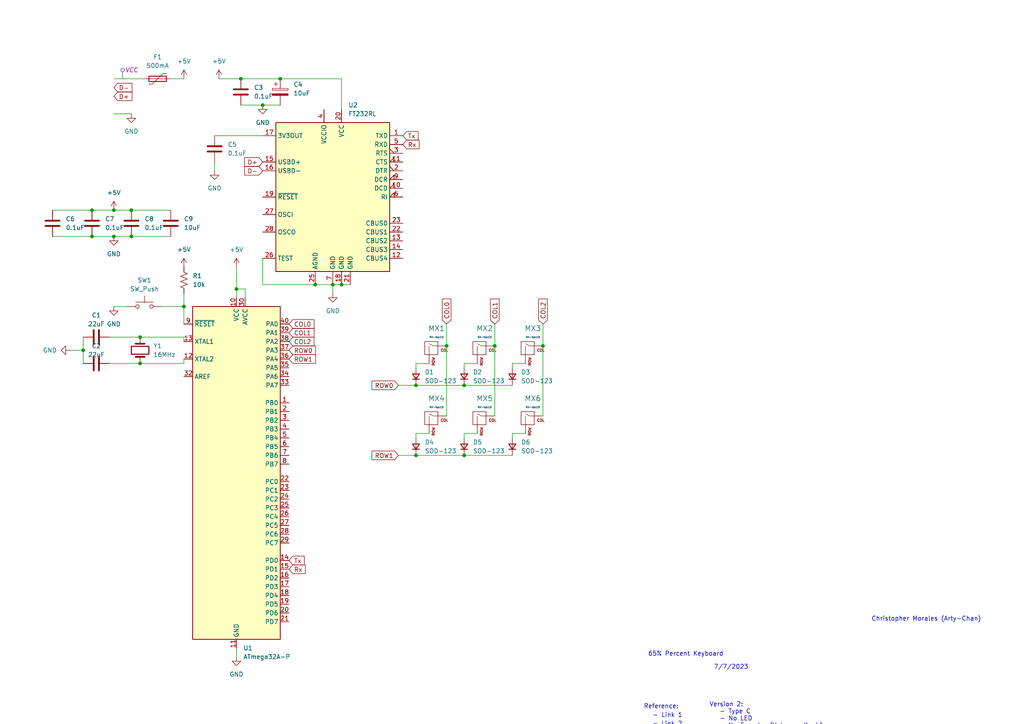
<source format=kicad_sch>
(kicad_sch (version 20230121) (generator eeschema)
  (paper "A4")
  (lib_symbols
    (symbol "Device:C" (pin_numbers hide) (pin_names (offset 0.254))
      (property "Reference" "C" (at 0.635 2.54 0))
      (property "Value" "C" (at 0.635 -2.54 0))
      (symbol "C_0_1"
        (polyline (pts (xy -2.032 -0.762) (xy 2.032 -0.762)) (stroke (width 0.508)))
        (polyline (pts (xy -2.032 0.762) (xy 2.032 0.762)) (stroke (width 0.508)))
      )
      (symbol "C_1_1"
        (pin passive line (at 0 3.81 270) (length 2.794) (name "~") (number "1"))
        (pin passive line (at 0 -3.81 90) (length 2.794) (name "~") (number "2"))
      )
    )
    (symbol "Device:C_Polarized" (pin_numbers hide) (pin_names (offset 0.254))
      (property "Reference" "C" (at 0.635 2.54 0))
      (property "Value" "C_Polarized" (at 0.635 -2.54 0))
      (symbol "C_Polarized_0_1"
        (rectangle (start -2.286 0.508) (end 2.286 1.016))
        (polyline (pts (xy -1.778 2.286) (xy -0.762 2.286)))
        (polyline (pts (xy -1.27 2.794) (xy -1.27 1.778)))
        (rectangle (start 2.286 -0.508) (end -2.286 -1.016) (fill (type outline)))
      )
      (symbol "C_Polarized_1_1"
        (pin passive line (at 0 3.81 270) (length 2.794) (name "~") (number "1"))
        (pin passive line (at 0 -3.81 90) (length 2.794) (name "~") (number "2"))
      )
    )
    (symbol "Device:Crystal" (pin_numbers hide) (pin_names (offset 1.016) hide)
      (property "Reference" "Y" (at 0 3.81 0))
      (property "Value" "Crystal" (at 0 -3.81 0))
      (symbol "Crystal_0_1"
        (rectangle (start -1.143 2.54) (end 1.143 -2.54) (stroke (width 0.3048)))
        (polyline (pts (xy -2.54 0) (xy -1.905 0)))
        (polyline (pts (xy -1.905 -1.27) (xy -1.905 1.27)) (stroke (width 0.508)))
        (polyline (pts (xy 1.905 -1.27) (xy 1.905 1.27)) (stroke (width 0.508)))
        (polyline (pts (xy 2.54 0) (xy 1.905 0)))
      )
      (symbol "Crystal_1_1"
        (pin passive line (at -3.81 0 0) (length 1.27) (name "1") (number "1"))
        (pin passive line (at 3.81 0 180) (length 1.27) (name "2") (number "2"))
      )
    )
    (symbol "Device:D_Small" (pin_numbers hide) (pin_names (offset 0.254) hide)
      (property "Reference" "D" (at -1.27 2.032 0))
      (property "Value" "D_Small" (at -3.81 -2.032 0))
      (symbol "D_Small_0_1"
        (polyline (pts (xy -0.762 -1.016) (xy -0.762 1.016)) (stroke (width 0.254)))
        (polyline (pts (xy -0.762 0) (xy 0.762 0)))
        (polyline (pts (xy 0.762 -1.016) (xy -0.762 0) (xy 0.762 1.016) (xy 0.762 -1.016)) (stroke (width 0.254)))
      )
      (symbol "D_Small_1_1"
        (pin passive line (at -2.54 0 0) (length 1.778) (name "K") (number "1"))
        (pin passive line (at 2.54 0 180) (length 1.778) (name "A") (number "2"))
      )
    )
    (symbol "Device:Polyfuse" (pin_numbers hide) (pin_names (offset 0))
      (property "Reference" "F" (at -2.54 0 90))
      (property "Value" "Polyfuse" (at 2.54 0 90))
      (symbol "Polyfuse_0_1"
        (rectangle (start -0.762 2.54) (end 0.762 -2.54) (stroke (width 0.254)))
        (polyline (pts (xy 0 2.54) (xy 0 -2.54)))
        (polyline (pts (xy -1.524 2.54) (xy -1.524 1.524) (xy 1.524 -1.524) (xy 1.524 -2.54)))
      )
      (symbol "Polyfuse_1_1"
        (pin passive line (at 0 3.81 270) (length 1.27) (name "~") (number "1"))
        (pin passive line (at 0 -3.81 90) (length 1.27) (name "~") (number "2"))
      )
    )
    (symbol "Device:R_US" (pin_numbers hide) (pin_names (offset 0))
      (property "Reference" "R" (at 2.54 0 90))
      (property "Value" "R_US" (at -2.54 0 90))
      (symbol "R_US_0_1"
        (polyline (pts (xy 0 -2.286) (xy 0 -2.54)))
        (polyline (pts (xy 0 2.286) (xy 0 2.54)))
        (polyline (pts (xy 0 -0.762) (xy 1.016 -1.143) (xy 0 -1.524) (xy -1.016 -1.905) (xy 0 -2.286)))
        (polyline (pts (xy 0 0.762) (xy 1.016 0.381) (xy 0 0) (xy -1.016 -0.381) (xy 0 -0.762)))
        (polyline (pts (xy 0 2.286) (xy 1.016 1.905) (xy 0 1.524) (xy -1.016 1.143) (xy 0 0.762)))
      )
      (symbol "R_US_1_1"
        (pin passive line (at 0 3.81 270) (length 1.27) (name "~") (number "1"))
        (pin passive line (at 0 -3.81 90) (length 1.27) (name "~") (number "2"))
      )
    )
    (symbol "Interface_USB:FT232RL"
      (property "Reference" "U" (at -16.51 22.86 0))
      (property "Value" "FT232RL" (at 10.16 22.86 0))
      (symbol "FT232RL_0_1"
        (rectangle (start -16.51 21.59) (end 16.51 -21.59) (stroke (width 0.254)) (fill (type background)))
      )
      (symbol "FT232RL_1_1"
        (pin output line (at 20.32 17.78 180) (length 3.81) (name "TXD") (number "1"))
        (pin input input_low (at 20.32 2.54 180) (length 3.81) (name "DCD") (number "10"))
        (pin input input_low (at 20.32 10.16 180) (length 3.81) (name "CTS") (number "11"))
        (pin bidirectional line (at 20.32 -17.78 180) (length 3.81) (name "CBUS4") (number "12"))
        (pin bidirectional line (at 20.32 -12.7 180) (length 3.81) (name "CBUS2") (number "13"))
        (pin bidirectional line (at 20.32 -15.24 180) (length 3.81) (name "CBUS3") (number "14"))
        (pin bidirectional line (at -20.32 10.16 0) (length 3.81) (name "USBD+") (number "15"))
        (pin bidirectional line (at -20.32 7.62 0) (length 3.81) (name "USBD-") (number "16"))
        (pin power_out line (at -20.32 17.78 0) (length 3.81) (name "3V3OUT") (number "17"))
        (pin power_in line (at 2.54 -25.4 90) (length 3.81) (name "GND") (number "18"))
        (pin input line (at -20.32 0 0) (length 3.81) (name "~{RESET}") (number "19"))
        (pin output output_low (at 20.32 7.62 180) (length 3.81) (name "DTR") (number "2"))
        (pin power_in line (at 2.54 25.4 270) (length 3.81) (name "VCC") (number "20"))
        (pin power_in line (at 5.08 -25.4 90) (length 3.81) (name "GND") (number "21"))
        (pin bidirectional line (at 20.32 -10.16 180) (length 3.81) (name "CBUS1") (number "22"))
        (pin bidirectional line (at 20.32 -7.62 180) (length 3.81) (name "CBUS0") (number "23"))
        (pin power_in line (at -5.08 -25.4 90) (length 3.81) (name "AGND") (number "25"))
        (pin input line (at -20.32 -17.78 0) (length 3.81) (name "TEST") (number "26"))
        (pin input line (at -20.32 -5.08 0) (length 3.81) (name "OSCI") (number "27"))
        (pin output line (at -20.32 -10.16 0) (length 3.81) (name "OSCO") (number "28"))
        (pin output output_low (at 20.32 12.7 180) (length 3.81) (name "RTS") (number "3"))
        (pin power_in line (at -2.54 25.4 270) (length 3.81) (name "VCCIO") (number "4"))
        (pin input line (at 20.32 15.24 180) (length 3.81) (name "RXD") (number "5"))
        (pin input input_low (at 20.32 0 180) (length 3.81) (name "RI") (number "6"))
        (pin power_in line (at 0 -25.4 90) (length 3.81) (name "GND") (number "7"))
        (pin input input_low (at 20.32 5.08 180) (length 3.81) (name "DCR") (number "9"))
      )
    )
    (symbol "MCU_Microchip_ATmega:ATmega32A-P"
      (property "Reference" "U" (at -12.7 49.53 0))
      (property "Value" "ATmega32A-P" (at 2.54 -49.53 0))
      (symbol "ATmega32A-P_0_1"
        (rectangle (start -12.7 -48.26) (end 12.7 48.26) (stroke (width 0.254)) (fill (type background)))
      )
      (symbol "ATmega32A-P_1_1"
        (pin bidirectional line (at 15.24 20.32 180) (length 2.54) (name "PB0") (number "1"))
        (pin power_in line (at 0 50.8 270) (length 2.54) (name "VCC") (number "10"))
        (pin power_in line (at 0 -50.8 90) (length 2.54) (name "GND") (number "11"))
        (pin output line (at -15.24 33.02 0) (length 2.54) (name "XTAL2") (number "12"))
        (pin input line (at -15.24 38.1 0) (length 2.54) (name "XTAL1") (number "13"))
        (pin bidirectional line (at 15.24 -25.4 180) (length 2.54) (name "PD0") (number "14"))
        (pin bidirectional line (at 15.24 -27.94 180) (length 2.54) (name "PD1") (number "15"))
        (pin bidirectional line (at 15.24 -30.48 180) (length 2.54) (name "PD2") (number "16"))
        (pin bidirectional line (at 15.24 -33.02 180) (length 2.54) (name "PD3") (number "17"))
        (pin bidirectional line (at 15.24 -35.56 180) (length 2.54) (name "PD4") (number "18"))
        (pin bidirectional line (at 15.24 -38.1 180) (length 2.54) (name "PD5") (number "19"))
        (pin bidirectional line (at 15.24 17.78 180) (length 2.54) (name "PB1") (number "2"))
        (pin bidirectional line (at 15.24 -40.64 180) (length 2.54) (name "PD6") (number "20"))
        (pin bidirectional line (at 15.24 -43.18 180) (length 2.54) (name "PD7") (number "21"))
        (pin bidirectional line (at 15.24 -2.54 180) (length 2.54) (name "PC0") (number "22"))
        (pin bidirectional line (at 15.24 -5.08 180) (length 2.54) (name "PC1") (number "23"))
        (pin bidirectional line (at 15.24 -7.62 180) (length 2.54) (name "PC2") (number "24"))
        (pin bidirectional line (at 15.24 -10.16 180) (length 2.54) (name "PC3") (number "25"))
        (pin bidirectional line (at 15.24 -12.7 180) (length 2.54) (name "PC4") (number "26"))
        (pin bidirectional line (at 15.24 -15.24 180) (length 2.54) (name "PC5") (number "27"))
        (pin bidirectional line (at 15.24 -17.78 180) (length 2.54) (name "PC6") (number "28"))
        (pin bidirectional line (at 15.24 -20.32 180) (length 2.54) (name "PC7") (number "29"))
        (pin bidirectional line (at 15.24 15.24 180) (length 2.54) (name "PB2") (number "3"))
        (pin power_in line (at 2.54 50.8 270) (length 2.54) (name "AVCC") (number "30"))
        (pin passive line (at 0 -50.8 90) (length 2.54) hide (name "GND") (number "31"))
        (pin passive line (at -15.24 27.94 0) (length 2.54) (name "AREF") (number "32"))
        (pin bidirectional line (at 15.24 25.4 180) (length 2.54) (name "PA7") (number "33"))
        (pin bidirectional line (at 15.24 27.94 180) (length 2.54) (name "PA6") (number "34"))
        (pin bidirectional line (at 15.24 30.48 180) (length 2.54) (name "PA5") (number "35"))
        (pin bidirectional line (at 15.24 33.02 180) (length 2.54) (name "PA4") (number "36"))
        (pin bidirectional line (at 15.24 35.56 180) (length 2.54) (name "PA3") (number "37"))
        (pin bidirectional line (at 15.24 38.1 180) (length 2.54) (name "PA2") (number "38"))
        (pin bidirectional line (at 15.24 40.64 180) (length 2.54) (name "PA1") (number "39"))
        (pin bidirectional line (at 15.24 12.7 180) (length 2.54) (name "PB3") (number "4"))
        (pin bidirectional line (at 15.24 43.18 180) (length 2.54) (name "PA0") (number "40"))
        (pin bidirectional line (at 15.24 10.16 180) (length 2.54) (name "PB4") (number "5"))
        (pin bidirectional line (at 15.24 7.62 180) (length 2.54) (name "PB5") (number "6"))
        (pin bidirectional line (at 15.24 5.08 180) (length 2.54) (name "PB6") (number "7"))
        (pin bidirectional line (at 15.24 2.54 180) (length 2.54) (name "PB7") (number "8"))
        (pin input line (at -15.24 43.18 0) (length 2.54) (name "~{RESET}") (number "9"))
      )
    )
    (symbol "MX_Alps_Hybrid:MX-NoLED" (pin_names (offset 1.016))
      (property "Reference" "MX" (at -0.635 3.81 0))
      (property "Value" "MX-NoLED" (at -0.635 1.27 0))
      (symbol "MX-NoLED_0_0"
        (rectangle (start -2.54 2.54) (end 1.27 -1.27))
        (polyline (pts (xy -1.27 -1.27) (xy -1.27 1.27)) (stroke (width 0.127)))
        (polyline (pts (xy 1.27 1.27) (xy 0 1.27) (xy -1.27 1.905)) (stroke (width 0.127)))
        (text "COL" (at 3.175 0 0) (effects (font (size 0.762 0.762))))
        (text "ROW" (at 0 -1.905 900) (effects (font (size 0.762 0.762)) (justify right)))
      )
      (symbol "MX-NoLED_1_1"
        (pin passive line (at 3.81 1.27 180) (length 2.54) (name "COL") (number "1"))
        (pin passive line (at -1.27 -3.81 90) (length 2.54) (name "ROW") (number "2"))
      )
    )
    (symbol "Switch:SW_Push" (pin_numbers hide) (pin_names (offset 1.016) hide)
      (property "Reference" "SW" (at 1.27 2.54 0))
      (property "Value" "SW_Push" (at 0 -1.524 0))
      (symbol "SW_Push_0_1"
        (circle (center -2.032 0) (radius 0.508))
        (polyline (pts (xy 0 1.27) (xy 0 3.048)))
        (polyline (pts (xy 2.54 1.27) (xy -2.54 1.27)))
        (circle (center 2.032 0) (radius 0.508))
        (pin passive line (at -5.08 0 0) (length 2.54) (name "1") (number "1"))
        (pin passive line (at 5.08 0 180) (length 2.54) (name "2") (number "2"))
      )
    )
    (symbol "power:+5V" (power) (pin_names (offset 0))
      (property "Value" "+5V" (at 0 3.556 0))
      (symbol "+5V_0_1"
        (polyline (pts (xy -0.762 1.27) (xy 0 2.54)))
        (polyline (pts (xy 0 0) (xy 0 2.54)))
        (polyline (pts (xy 0 2.54) (xy 0.762 1.27)))
      )
      (symbol "+5V_1_1"
        (pin power_in line (at 0 0 90) (length 0) hide (name "+5V") (number "1"))
      )
    )
    (symbol "power:GND" (power) (pin_names (offset 0))
      (property "Value" "GND" (at 0 -3.81 0))
      (symbol "GND_0_1"
        (polyline (pts (xy 0 0) (xy 0 -1.27) (xy 1.27 -1.27) (xy 0 -2.54) (xy -1.27 -1.27) (xy 0 -1.27)))
      )
      (symbol "GND_1_1"
        (pin power_in line (at 0 0 270) (length 0) hide (name "GND") (number "1"))
      )
    )
  )
  (junction (at 120.65 111.76))
  (junction (at 38.1 68.58))
  (junction (at 26.67 60.96))
  (junction (at 38.1 60.96))
  (junction (at 53.34 88.9))
  (junction (at 96.52 82.55))
  (junction (at 99.06 82.55))
  (junction (at 33.02 60.96))
  (junction (at 24.13 101.6))
  (junction (at 26.67 68.58))
  (junction (at 40.64 105.41))
  (junction (at 68.58 83.82))
  (junction (at 81.28 22.86))
  (junction (at 76.2 30.48))
  (junction (at 157.48 100.33))
  (junction (at 129.54 100.33))
  (junction (at 134.62 111.76))
  (junction (at 33.02 68.58))
  (junction (at 143.51 100.33))
  (junction (at 40.64 97.79))
  (junction (at 120.65 132.08))
  (junction (at 69.85 22.86))
  (junction (at 91.44 82.55))
  (junction (at 134.62 132.08))
  (wire (pts (xy 69.85 30.48) (xy 76.2 30.48)))
  (wire (pts (xy 71.12 83.82) (xy 71.12 86.36)))
  (wire (pts (xy 62.23 39.37) (xy 76.2 39.37)))
  (wire (pts (xy 26.67 68.58) (xy 33.02 68.58)))
  (wire (pts (xy 81.28 22.86) (xy 99.06 22.86)))
  (wire (pts (xy 120.65 105.41) (xy 124.46 105.41)))
  (wire (pts (xy 120.65 111.76) (xy 134.62 111.76)))
  (wire (pts (xy 26.67 60.96) (xy 33.02 60.96)))
  (wire (pts (xy 24.13 97.79) (xy 24.13 101.6)))
  (wire (pts (xy 99.06 22.86) (xy 99.06 31.75)))
  (wire (pts (xy 49.53 22.86) (xy 53.34 22.86)))
  (wire (pts (xy 53.34 88.9) (xy 53.34 93.98)))
  (wire (pts (xy 143.51 93.98) (xy 143.51 100.33)))
  (wire (pts (xy 134.62 132.08) (xy 148.59 132.08)))
  (wire (pts (xy 96.52 82.55) (xy 96.52 85.09)))
  (wire (pts (xy 20.32 101.6) (xy 24.13 101.6)))
  (wire (pts (xy 33.02 60.96) (xy 38.1 60.96)))
  (wire (pts (xy 129.54 93.98) (xy 129.54 100.33)))
  (wire (pts (xy 63.5 22.86) (xy 69.85 22.86)))
  (wire (pts (xy 76.2 30.48) (xy 81.28 30.48)))
  (wire (pts (xy 69.85 22.86) (xy 81.28 22.86)))
  (wire (pts (xy 24.13 101.6) (xy 24.13 105.41)))
  (wire (pts (xy 38.1 68.58) (xy 49.53 68.58)))
  (wire (pts (xy 68.58 83.82) (xy 71.12 83.82)))
  (wire (pts (xy 33.02 33.02) (xy 38.1 33.02)))
  (wire (pts (xy 148.59 127) (xy 148.59 125.73)))
  (wire (pts (xy 120.65 127) (xy 120.65 125.73)))
  (wire (pts (xy 91.44 82.55) (xy 96.52 82.55)))
  (wire (pts (xy 33.02 22.86) (xy 41.91 22.86)))
  (wire (pts (xy 157.48 100.33) (xy 157.48 120.65)))
  (wire (pts (xy 148.59 105.41) (xy 152.4 105.41)))
  (wire (pts (xy 53.34 97.79) (xy 53.34 99.06)))
  (wire (pts (xy 96.52 82.55) (xy 99.06 82.55)))
  (wire (pts (xy 134.62 111.76) (xy 148.59 111.76)))
  (wire (pts (xy 31.75 105.41) (xy 40.64 105.41)))
  (wire (pts (xy 120.65 125.73) (xy 124.46 125.73)))
  (wire (pts (xy 53.34 105.41) (xy 53.34 104.14)))
  (wire (pts (xy 40.64 105.41) (xy 53.34 105.41)))
  (wire (pts (xy 46.99 88.9) (xy 53.34 88.9)))
  (wire (pts (xy 134.62 127) (xy 134.62 125.73)))
  (wire (pts (xy 99.06 82.55) (xy 101.6 82.55)))
  (wire (pts (xy 76.2 82.55) (xy 91.44 82.55)))
  (wire (pts (xy 68.58 83.82) (xy 68.58 86.36)))
  (wire (pts (xy 115.57 111.76) (xy 120.65 111.76)))
  (wire (pts (xy 68.58 187.96) (xy 68.58 190.5)))
  (wire (pts (xy 53.34 85.09) (xy 53.34 88.9)))
  (wire (pts (xy 143.51 100.33) (xy 143.51 120.65)))
  (wire (pts (xy 120.65 132.08) (xy 134.62 132.08)))
  (wire (pts (xy 15.24 68.58) (xy 26.67 68.58)))
  (wire (pts (xy 120.65 106.68) (xy 120.65 105.41)))
  (wire (pts (xy 134.62 125.73) (xy 138.43 125.73)))
  (wire (pts (xy 134.62 106.68) (xy 134.62 105.41)))
  (wire (pts (xy 40.64 97.79) (xy 53.34 97.79)))
  (wire (pts (xy 115.57 132.08) (xy 120.65 132.08)))
  (wire (pts (xy 134.62 105.41) (xy 138.43 105.41)))
  (wire (pts (xy 148.59 106.68) (xy 148.59 105.41)))
  (wire (pts (xy 38.1 60.96) (xy 49.53 60.96)))
  (wire (pts (xy 62.23 46.99) (xy 62.23 49.53)))
  (wire (pts (xy 148.59 125.73) (xy 152.4 125.73)))
  (wire (pts (xy 33.02 68.58) (xy 38.1 68.58)))
  (wire (pts (xy 129.54 100.33) (xy 129.54 120.65)))
  (wire (pts (xy 15.24 60.96) (xy 26.67 60.96)))
  (wire (pts (xy 76.2 74.93) (xy 76.2 82.55)))
  (wire (pts (xy 68.58 77.47) (xy 68.58 83.82)))
  (wire (pts (xy 36.83 88.9) (xy 33.02 88.9)))
  (wire (pts (xy 157.48 93.98) (xy 157.48 100.33)))
  (wire (pts (xy 31.75 97.79) (xy 40.64 97.79)))
  (text "- Link 2" (at 189.23 210.82 0) (effects (font (size 1.27 1.27)) (justify left bottom)))
  (text "- Link 4" (at 189.23 215.9 0) (effects (font (size 1.27 1.27)) (justify left bottom)))
  (text "- Link 3" (at 189.23 213.36 0) (effects (font (size 1.27 1.27)) (justify left bottom)))
  (text "Version 2:\n   - Type C\n   - No LED\n   - No Encoder (Volumne Knob)\n   - No Bluetooth Module" (at 205.74 213.36 0) (effects (font (size 1.27 1.27)) (justify left bottom)))
  (text "65% Percent Keyboard \n" (at 187.96 190.5 0) (effects (font (size 1.27 1.27)) (justify left bottom)))
  (text "7/7/2023" (at 207.01 194.31 0) (effects (font (size 1.27 1.27)) (justify left bottom)))
  (text "Christopher Morales (Arty-Chan)" (at 252.73 180.34 0) (effects (font (size 1.27 1.27)) (justify left bottom)))
  (text "- Link 1" (at 189.23 208.28 0) (effects (font (size 1.27 1.27)) (justify left bottom)))
  (text "Reference:" (at 186.69 205.74 0) (effects (font (size 1.27 1.27)) (justify left bottom)))
  (global_label "D-" (shape input) (at 33.02 25.4 0) (property "Intersheetrefs" "${INTERSHEET_REFS}" (effects hide)))
  (global_label "COL1" (shape input) (at 83.82 96.52 0) (property "Intersheetrefs" "${INTERSHEET_REFS}" (effects hide)))
  (global_label "COL0" (shape input) (at 129.54 93.98 90) (property "Intersheetrefs" "${INTERSHEET_REFS}" (effects hide)))
  (global_label "ROW0" (shape input) (at 83.82 101.6 0) (property "Intersheetrefs" "${INTERSHEET_REFS}" (effects hide)))
  (global_label "D-" (shape input) (at 76.2 49.53 180) (property "Intersheetrefs" "${INTERSHEET_REFS}" (effects hide)))
  (global_label "ROW0" (shape input) (at 115.57 111.76 180) (property "Intersheetrefs" "${INTERSHEET_REFS}" (effects hide)))
  (global_label "COL2" (shape input) (at 157.48 93.98 90) (property "Intersheetrefs" "${INTERSHEET_REFS}" (effects hide)))
  (global_label "Rx" (shape input) (at 83.82 165.1 0) (property "Intersheetrefs" "${INTERSHEET_REFS}" (effects hide)))
  (global_label "Tx" (shape input) (at 83.82 162.56 0) (property "Intersheetrefs" "${INTERSHEET_REFS}" (effects hide)))
  (global_label "D+" (shape input) (at 33.02 27.94 0) (property "Intersheetrefs" "${INTERSHEET_REFS}" (effects hide)))
  (global_label "Rx" (shape input) (at 116.84 41.91 0) (property "Intersheetrefs" "${INTERSHEET_REFS}" (effects hide)))
  (global_label "Tx" (shape input) (at 116.84 39.37 0) (property "Intersheetrefs" "${INTERSHEET_REFS}" (effects hide)))
  (global_label "COL2" (shape input) (at 83.82 99.06 0) (property "Intersheetrefs" "${INTERSHEET_REFS}" (effects hide)))
  (global_label "ROW1" (shape input) (at 83.82 104.14 0) (property "Intersheetrefs" "${INTERSHEET_REFS}" (effects hide)))
  (global_label "D+" (shape input) (at 76.2 46.99 180) (property "Intersheetrefs" "${INTERSHEET_REFS}" (effects hide)))
  (global_label "COL1" (shape input) (at 143.51 93.98 90) (property "Intersheetrefs" "${INTERSHEET_REFS}" (effects hide)))
  (global_label "COL0" (shape input) (at 83.82 93.98 0) (property "Intersheetrefs" "${INTERSHEET_REFS}" (effects hide)))
  (global_label "ROW1" (shape input) (at 115.57 132.08 180) (property "Intersheetrefs" "${INTERSHEET_REFS}" (effects hide)))
  (netclass_flag "" (length 2.54) (shape round) (at 35.56 22.86 0) (property "Netclass" "VCC" (at 36.2585 20.32 0) (effects (font italic) (justify left))))
  (symbol (lib_id "Device:Crystal") (at 40.64 101.6 90) (unit 1)
    (property "Reference" "Y1" (at 44.45 100.33 90) (effects (justify right)))
    (property "Value" "16MHz" (at 44.45 102.87 90) (effects (justify right)))
    (property "Footprint" "Crystal:Crystal_SMD_3225-4Pin_3.2x2.5mm" (effects hide))
  )
  (symbol (lib_id "MX_Alps_Hybrid:MX-NoLED") (at 125.73 121.92 0) (unit 1)
    (property "Reference" "MX4" (at 126.6132 115.57 0) (effects (font (size 1.524 1.524))))
    (property "Value" "MX-NoLED" (at 126.6132 118.11 0) (effects (font (size 0.508 0.508))))
    (property "Footprint" "MX_Alps_Hybrid:MX-1U-NoLED" (effects hide))
  )
  (symbol (lib_id "Device:D_Small") (at 134.62 129.54 90) (unit 1)
    (property "Reference" "D5" (at 137.16 128.27 90) (effects (justify right)))
    (property "Value" "SOD-123" (at 137.16 130.81 90) (effects (justify right)))
    (property "Footprint" "Diode_SMD:D_SOD-123" (effects hide))
    (property "Sim.Device" "D" (effects hide))
    (property "Sim.Pins" "1=K 2=A" (effects hide))
  )
  (symbol (lib_id "Device:D_Small") (at 148.59 129.54 90) (unit 1)
    (property "Reference" "D6" (at 151.13 128.27 90) (effects (justify right)))
    (property "Value" "SOD-123" (at 151.13 130.81 90) (effects (justify right)))
    (property "Footprint" "Diode_SMD:D_SOD-123" (effects hide))
    (property "Sim.Device" "D" (effects hide))
    (property "Sim.Pins" "1=K 2=A" (effects hide))
  )
  (symbol (lib_id "Device:D_Small") (at 120.65 129.54 90) (unit 1)
    (property "Reference" "D4" (at 123.19 128.27 90) (effects (justify right)))
    (property "Value" "SOD-123" (at 123.19 130.81 90) (effects (justify right)))
    (property "Footprint" "Diode_SMD:D_SOD-123" (effects hide))
    (property "Sim.Device" "D" (effects hide))
    (property "Sim.Pins" "1=K 2=A" (effects hide))
  )
  (symbol (lib_id "MX_Alps_Hybrid:MX-NoLED") (at 153.67 101.6 0) (unit 1)
    (property "Reference" "MX3" (at 154.5532 95.25 0) (effects (font (size 1.524 1.524))))
    (property "Value" "MX-NoLED" (at 154.5532 97.79 0) (effects (font (size 0.508 0.508))))
    (property "Footprint" "MX_Alps_Hybrid:MX-1U-NoLED" (effects hide))
  )
  (symbol (lib_id "power:GND") (at 33.02 88.9 0) (unit 1)
    (property "Reference" "#PWR05" (effects hide))
    (property "Value" "GND" (at 33.02 93.98 0))
  )
  (symbol (lib_id "Device:C") (at 27.94 105.41 90) (unit 1)
    (property "Reference" "C2" (at 27.94 100.33 90))
    (property "Value" "22uF" (at 27.94 102.87 90))
    (property "Footprint" "Capacitor_SMD:C_0805_2012Metric" (effects hide))
  )
  (symbol (lib_id "Device:C") (at 26.67 64.77 0) (unit 1)
    (property "Reference" "C7" (at 30.48 63.5 0) (effects (justify left)))
    (property "Value" "0.1uF" (at 30.48 66.04 0) (effects (justify left)))
    (property "Footprint" "Capacitor_SMD:C_0805_2012Metric" (effects hide))
  )
  (symbol (lib_id "Device:Polyfuse") (at 45.72 22.86 90) (unit 1)
    (property "Reference" "F1" (at 45.72 16.51 90))
    (property "Value" "500mA" (at 45.72 19.05 90))
    (property "Footprint" "Fuse:Fuse_1206_3216Metric" (effects hide))
  )
  (symbol (lib_id "Device:C_Polarized") (at 81.28 26.67 0) (unit 1)
    (property "Reference" "C4" (at 85.09 24.511 0) (effects (justify left)))
    (property "Value" "10uF" (at 85.09 27.051 0) (effects (justify left)))
    (property "Footprint" "Capacitor_SMD:C_0805_2012Metric" (effects hide))
  )
  (symbol (lib_id "power:GND") (at 76.2 30.48 0) (unit 1)
    (property "Reference" "#PWR09" (effects hide))
    (property "Value" "GND" (at 76.2 35.56 0))
  )
  (symbol (lib_id "power:+5V") (at 33.02 60.96 0) (unit 1)
    (property "Reference" "#PWR012" (effects hide))
    (property "Value" "+5V" (at 33.02 55.88 0))
  )
  (symbol (lib_id "Interface_USB:FT232RL") (at 96.52 57.15 0) (unit 1)
    (property "Reference" "U2" (at 101.0159 30.48 0) (effects (justify left)))
    (property "Value" "FT232RL" (at 101.0159 33.02 0) (effects (justify left)))
    (property "Footprint" "Package_SO:SSOP-28_5.3x10.2mm_P0.65mm" (effects hide))
    (property "Datasheet" "https://www.ftdichip.com/Support/Documents/DataSheets/ICs/DS_FT232R.pdf" (effects hide))
  )
  (symbol (lib_id "Switch:SW_Push") (at 41.91 88.9 0) (unit 1)
    (property "Reference" "SW1" (at 41.91 81.28 0))
    (property "Value" "SW_Push" (at 41.91 83.82 0))
    (property "Footprint" "random-keyboard-parts:SKQG-1155865" (effects hide))
  )
  (symbol (lib_id "power:GND") (at 20.32 101.6 270) (unit 1)
    (property "Reference" "#PWR03" (effects hide))
    (property "Value" "GND" (at 16.51 101.6 90) (effects (justify right)))
  )
  (symbol (lib_id "Device:D_Small") (at 134.62 109.22 90) (unit 1)
    (property "Reference" "D2" (at 137.16 107.95 90) (effects (justify right)))
    (property "Value" "SOD-123" (at 137.16 110.49 90) (effects (justify right)))
    (property "Footprint" "Diode_SMD:D_SOD-123" (effects hide))
    (property "Sim.Device" "D" (effects hide))
    (property "Sim.Pins" "1=K 2=A" (effects hide))
  )
  (symbol (lib_id "MX_Alps_Hybrid:MX-NoLED") (at 153.67 121.92 0) (unit 1)
    (property "Reference" "MX6" (at 154.5532 115.57 0) (effects (font (size 1.524 1.524))))
    (property "Value" "MX-NoLED" (at 154.5532 118.11 0) (effects (font (size 0.508 0.508))))
    (property "Footprint" "MX_Alps_Hybrid:MX-1U-NoLED" (effects hide))
  )
  (symbol (lib_id "Device:C") (at 69.85 26.67 0) (unit 1)
    (property "Reference" "C3" (at 73.66 25.4 0) (effects (justify left)))
    (property "Value" "0.1uF" (at 73.66 27.94 0) (effects (justify left)))
    (property "Footprint" "Capacitor_SMD:C_0805_2012Metric" (effects hide))
  )
  (symbol (lib_id "power:GND") (at 62.23 49.53 0) (unit 1)
    (property "Reference" "#PWR011" (effects hide))
    (property "Value" "GND" (at 62.23 54.61 0))
  )
  (symbol (lib_id "Device:C") (at 27.94 97.79 90) (unit 1)
    (property "Reference" "C1" (at 27.94 91.44 90))
    (property "Value" "22uF" (at 27.94 93.98 90))
    (property "Footprint" "Capacitor_SMD:C_0805_2012Metric" (effects hide))
  )
  (symbol (lib_id "Device:D_Small") (at 148.59 109.22 90) (unit 1)
    (property "Reference" "D3" (at 151.13 107.95 90) (effects (justify right)))
    (property "Value" "SOD-123" (at 151.13 110.49 90) (effects (justify right)))
    (property "Footprint" "Diode_SMD:D_SOD-123" (effects hide))
    (property "Sim.Device" "D" (effects hide))
    (property "Sim.Pins" "1=K 2=A" (effects hide))
  )
  (symbol (lib_id "power:GND") (at 96.52 85.09 0) (unit 1)
    (property "Reference" "#PWR08" (effects hide))
    (property "Value" "GND" (at 96.52 90.17 0))
  )
  (symbol (lib_id "power:GND") (at 33.02 68.58 0) (unit 1)
    (property "Reference" "#PWR013" (effects hide))
    (property "Value" "GND" (at 33.02 73.66 0))
  )
  (symbol (lib_id "power:+5V") (at 53.34 77.47 0) (unit 1)
    (property "Reference" "#PWR04" (effects hide))
    (property "Value" "+5V" (at 53.34 72.39 0))
  )
  (symbol (lib_id "power:GND") (at 68.58 190.5 0) (unit 1)
    (property "Reference" "#PWR01" (effects hide))
    (property "Value" "GND" (at 68.58 195.58 0))
  )
  (symbol (lib_id "Device:C") (at 38.1 64.77 0) (unit 1)
    (property "Reference" "C8" (at 41.91 63.5 0) (effects (justify left)))
    (property "Value" "0.1uF" (at 41.91 66.04 0) (effects (justify left)))
    (property "Footprint" "Capacitor_SMD:C_0805_2012Metric" (effects hide))
  )
  (symbol (lib_id "Device:C") (at 15.24 64.77 0) (unit 1)
    (property "Reference" "C6" (at 19.05 63.5 0) (effects (justify left)))
    (property "Value" "0.1uF" (at 19.05 66.04 0) (effects (justify left)))
    (property "Footprint" "Capacitor_SMD:C_0805_2012Metric" (effects hide))
  )
  (symbol (lib_id "Device:C") (at 62.23 43.18 0) (unit 1)
    (property "Reference" "C5" (at 66.04 41.91 0) (effects (justify left)))
    (property "Value" "0.1uF" (at 66.04 44.45 0) (effects (justify left)))
    (property "Footprint" "Capacitor_SMD:C_0805_2012Metric" (effects hide))
  )
  (symbol (lib_id "Device:R_US") (at 53.34 81.28 180) (unit 1)
    (property "Reference" "R1" (at 55.88 80.01 0) (effects (justify right)))
    (property "Value" "10k" (at 55.88 82.55 0) (effects (justify right)))
    (property "Footprint" "Resistor_SMD:R_0805_2012Metric" (effects hide))
  )
  (symbol (lib_id "MX_Alps_Hybrid:MX-NoLED") (at 139.7 121.92 0) (unit 1)
    (property "Reference" "MX5" (at 140.5832 115.57 0) (effects (font (size 1.524 1.524))))
    (property "Value" "MX-NoLED" (at 140.5832 118.11 0) (effects (font (size 0.508 0.508))))
    (property "Footprint" "MX_Alps_Hybrid:MX-1U-NoLED" (effects hide))
  )
  (symbol (lib_id "power:+5V") (at 53.34 22.86 0) (unit 1)
    (property "Reference" "#PWR06" (effects hide))
    (property "Value" "+5V" (at 53.34 17.78 0))
  )
  (symbol (lib_id "MCU_Microchip_ATmega:ATmega32A-P") (at 68.58 137.16 0) (unit 1)
    (property "Reference" "U1" (at 70.5359 187.96 0) (effects (justify left)))
    (property "Value" "ATmega32A-P" (at 70.5359 190.5 0) (effects (justify left)))
    (property "Footprint" "Package_DIP:DIP-40_W15.24mm" (effects hide))
    (property "Datasheet" "http://ww1.microchip.com/downloads/en/DeviceDoc/atmel-8155-8-bit-microcontroller-avr-atmega32a_datasheet.pdf" (effects hide))
  )
  (symbol (lib_id "Device:D_Small") (at 120.65 109.22 90) (unit 1)
    (property "Reference" "D1" (at 123.19 107.95 90) (effects (justify right)))
    (property "Value" "SOD-123" (at 123.19 110.49 90) (effects (justify right)))
    (property "Footprint" "Diode_SMD:D_SOD-123" (effects hide))
    (property "Sim.Device" "D" (effects hide))
    (property "Sim.Pins" "1=K 2=A" (effects hide))
  )
  (symbol (lib_id "power:+5V") (at 68.58 77.47 0) (unit 1)
    (property "Reference" "#PWR02" (effects hide))
    (property "Value" "+5V" (at 68.58 72.39 0))
  )
  (symbol (lib_id "MX_Alps_Hybrid:MX-NoLED") (at 125.73 101.6 0) (unit 1)
    (property "Reference" "MX1" (at 126.6132 95.25 0) (effects (font (size 1.524 1.524))))
    (property "Value" "MX-NoLED" (at 126.6132 97.79 0) (effects (font (size 0.508 0.508))))
    (property "Footprint" "MX_Alps_Hybrid:MX-1U-NoLED" (effects hide))
  )
  (symbol (lib_id "power:GND") (at 38.1 33.02 0) (unit 1)
    (property "Reference" "#PWR07" (effects hide))
    (property "Value" "GND" (at 38.1 38.1 0))
  )
  (symbol (lib_id "Device:C") (at 49.53 64.77 0) (unit 1)
    (property "Reference" "C9" (at 53.34 63.5 0) (effects (justify left)))
    (property "Value" "10uF" (at 53.34 66.04 0) (effects (justify left)))
    (property "Footprint" "Capacitor_SMD:C_0805_2012Metric" (effects hide))
  )
  (symbol (lib_id "power:+5V") (at 63.5 22.86 0) (unit 1)
    (property "Reference" "#PWR010" (effects hide))
    (property "Value" "+5V" (at 63.5 17.78 0))
  )
  (symbol (lib_id "MX_Alps_Hybrid:MX-NoLED") (at 139.7 101.6 0) (unit 1)
    (property "Reference" "MX2" (at 140.5832 95.25 0) (effects (font (size 1.524 1.524))))
    (property "Value" "MX-NoLED" (at 140.5832 97.79 0) (effects (font (size 0.508 0.508))))
    (property "Footprint" "MX_Alps_Hybrid:MX-1U-NoLED" (effects hide))
  )
)
</source>
